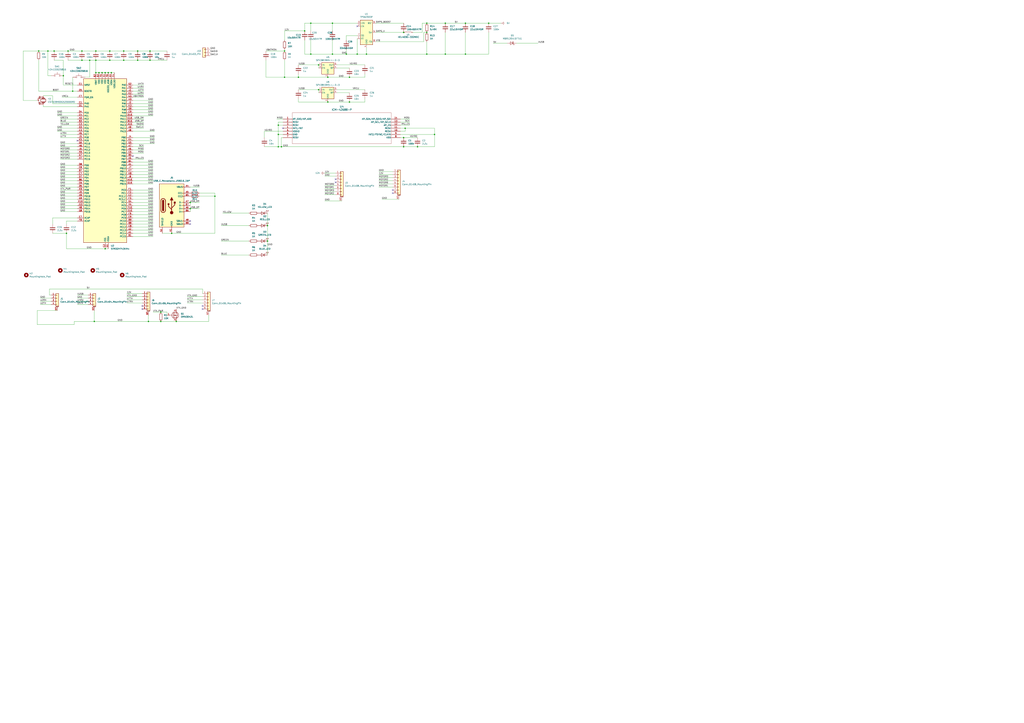
<source format=kicad_sch>
(kicad_sch (version 20250114) (generator "eeschema") (generator_version "9.0")
  (paper "A1")
  (junction (at 228.6 120.65))
  (junction (at 332.74 105.41))
  (junction (at 156.21 171.45))
  (junction (at 54.61 191.77))
  (junction (at 245.11 63.5))
  (junction (at 86.36 204.47))
  (junction (at 113.03 49.53))
  (junction (at 132.08 264.16))
  (junction (at 176.53 161.29))
  (junction (at 101.6 41.91))
  (junction (at 121.92 264.16))
  (junction (at 255.27 44.45))
  (junction (at 67.31 49.53))
  (junction (at 401.32 19.05))
  (junction (at 228.6 102.87))
  (junction (at 261.62 73.66))
  (junction (at 77.47 264.16))
  (junction (at 382.27 19.05))
  (junction (at 78.74 59.69))
  (junction (at 250.19 25.4))
  (junction (at 39.37 41.91))
  (junction (at 300.99 44.45))
  (junction (at 140.97 191.77))
  (junction (at 287.02 83.82))
  (junction (at 219.71 198.12))
  (junction (at 123.19 49.53))
  (junction (at 55.88 41.91))
  (junction (at 144.78 264.16))
  (junction (at 342.9 120.65))
  (junction (at 67.31 41.91))
  (junction (at 81.28 59.69))
  (junction (at 123.19 41.91))
  (junction (at 356.87 110.49))
  (junction (at 90.17 41.91))
  (junction (at 228.6 110.49))
  (junction (at 83.82 59.69))
  (junction (at 90.17 49.53))
  (junction (at 31.75 41.91))
  (junction (at 88.9 59.69))
  (junction (at 269.24 63.5))
  (junction (at 78.74 41.91))
  (junction (at 331.47 113.03))
  (junction (at 91.44 59.69))
  (junction (at 231.14 120.65))
  (junction (at 255.27 19.05))
  (junction (at 52.07 62.23))
  (junction (at 86.36 59.69))
  (junction (at 293.37 44.45))
  (junction (at 287.02 63.5))
  (junction (at 365.76 19.05))
  (junction (at 233.68 41.91))
  (junction (at 132.08 256.54))
  (junction (at 331.47 120.65))
  (junction (at 156.21 166.37))
  (junction (at 233.68 63.5))
  (junction (at 350.52 26.67))
  (junction (at 78.74 49.53))
  (junction (at 273.05 44.45))
  (junction (at 365.76 44.45))
  (junction (at 113.03 41.91))
  (junction (at 350.52 44.45))
  (junction (at 73.66 49.53))
  (junction (at 59.69 74.93))
  (junction (at 382.27 44.45))
  (junction (at 101.6 49.53))
  (junction (at 284.48 44.45))
  (junction (at 261.62 53.34))
  (junction (at 273.05 19.05))
  (junction (at 219.71 185.42))
  (junction (at 44.45 41.91))
  (junction (at 350.52 19.05))
  (junction (at 331.47 26.67))
  (junction (at 269.24 83.82))
  (no_connect (at 156.21 184.15))
  (no_connect (at 275.59 147.32))
  (no_connect (at 116.84 251.46))
  (no_connect (at 232.41 105.41))
  (no_connect (at 166.37 251.46))
  (no_connect (at 109.22 128.27))
  (no_connect (at 293.37 21.59))
  (no_connect (at 156.21 181.61))
  (no_connect (at 322.58 156.21))
  (no_connect (at 322.58 158.75))
  (no_connect (at 275.59 149.86))
  (no_connect (at 166.37 254))
  (no_connect (at 116.84 254))
  (no_connect (at 63.5 115.57))
  (wire (pts (xy 219.71 198.12) (xy 219.71 209.55)))
  (wire (pts (xy 228.6 102.87) (xy 232.41 102.87)))
  (wire (pts (xy 49.53 151.13) (xy 63.5 151.13)))
  (wire (pts (xy 49.53 146.05) (xy 63.5 146.05)))
  (wire (pts (xy 35.56 87.63) (xy 63.5 87.63)))
  (wire (pts (xy 31.75 74.93) (xy 31.75 49.53)))
  (wire (pts (xy 217.17 107.95) (xy 217.17 113.03)))
  (wire (pts (xy 109.22 168.91) (xy 125.73 168.91)))
  (wire (pts (xy 250.19 19.05) (xy 250.19 25.4)))
  (wire (pts (xy 132.08 264.16) (xy 144.78 264.16)))
  (wire (pts (xy 228.6 110.49) (xy 228.6 120.65)))
  (wire (pts (xy 331.47 113.03) (xy 342.9 113.03)))
  (wire (pts (xy 153.67 248.92) (xy 166.37 248.92)))
  (wire (pts (xy 356.87 110.49) (xy 356.87 120.65)))
  (wire (pts (xy 228.6 110.49) (xy 228.6 102.87)))
  (wire (pts (xy 137.16 256.54) (xy 137.16 259.08)))
  (wire (pts (xy 405.13 35.56) (xy 416.56 35.56)))
  (wire (pts (xy 43.18 191.77) (xy 54.61 191.77)))
  (wire (pts (xy 275.59 144.78) (xy 266.7 144.78)))
  (wire (pts (xy 109.22 146.05) (xy 125.73 146.05)))
  (wire (pts (xy 123.19 49.53) (xy 137.16 49.53)))
  (wire (pts (xy 77.47 255.27) (xy 77.47 264.16)))
  (wire (pts (xy 49.53 161.29) (xy 63.5 161.29)))
  (wire (pts (xy 104.14 246.38) (xy 116.84 246.38)))
  (wire (pts (xy 41.91 62.23) (xy 39.37 62.23)))
  (wire (pts (xy 55.88 49.53) (xy 67.31 49.53)))
  (wire (pts (xy 63.5 250.19) (xy 72.39 250.19)))
  (wire (pts (xy 49.53 143.51) (xy 63.5 143.51)))
  (wire (pts (xy 49.53 130.81) (xy 63.5 130.81)))
  (wire (pts (xy 356.87 120.65) (xy 342.9 120.65)))
  (wire (pts (xy 67.31 49.53) (xy 73.66 49.53)))
  (wire (pts (xy 339.09 26.67) (xy 346.71 26.67)))
  (wire (pts (xy 49.53 140.97) (xy 63.5 140.97)))
  (wire (pts (xy 287.02 83.82) (xy 299.72 83.82)))
  (wire (pts (xy 276.86 73.66) (xy 299.72 73.66)))
  (wire (pts (xy 250.19 33.02) (xy 250.19 44.45)))
  (wire (pts (xy 86.36 204.47) (xy 88.9 204.47)))
  (wire (pts (xy 275.59 152.4) (xy 266.7 152.4)))
  (wire (pts (xy 109.22 72.39) (xy 118.11 72.39)))
  (wire (pts (xy 308.61 19.05) (xy 331.47 19.05)))
  (wire (pts (xy 261.62 53.34) (xy 261.62 55.88)))
  (wire (pts (xy 424.18 35.56) (xy 441.96 35.56)))
  (wire (pts (xy 109.22 148.59) (xy 125.73 148.59)))
  (wire (pts (xy 365.76 26.67) (xy 365.76 44.45)))
  (wire (pts (xy 44.45 41.91) (xy 55.88 41.91)))
  (wire (pts (xy 49.53 113.03) (xy 63.5 113.03)))
  (wire (pts (xy 104.14 243.84) (xy 116.84 243.84)))
  (wire (pts (xy 273.05 44.45) (xy 284.48 44.45)))
  (wire (pts (xy 132.08 256.54) (xy 137.16 256.54)))
  (wire (pts (xy 156.21 171.45) (xy 163.83 171.45)))
  (wire (pts (xy 81.28 59.69) (xy 83.82 59.69)))
  (wire (pts (xy 109.22 179.07) (xy 125.73 179.07)))
  (wire (pts (xy 181.61 185.42) (xy 204.47 185.42)))
  (wire (pts (xy 273.05 19.05) (xy 293.37 19.05)))
  (wire (pts (xy 78.74 59.69) (xy 78.74 49.53)))
  (wire (pts (xy 54.61 181.61) (xy 54.61 184.15)))
  (wire (pts (xy 30.48 255.27) (xy 30.48 266.7)))
  (wire (pts (xy 232.41 110.49) (xy 228.6 110.49)))
  (wire (pts (xy 109.22 135.89) (xy 125.73 135.89)))
  (wire (pts (xy 156.21 166.37) (xy 163.83 166.37)))
  (wire (pts (xy 63.5 181.61) (xy 54.61 181.61)))
  (wire (pts (xy 30.48 266.7) (xy 60.96 266.7)))
  (wire (pts (xy 273.05 19.05) (xy 273.05 25.4)))
  (wire (pts (xy 109.22 123.19) (xy 118.11 123.19)))
  (wire (pts (xy 332.74 105.41) (xy 356.87 105.41)))
  (wire (pts (xy 250.19 44.45) (xy 255.27 44.45)))
  (wire (pts (xy 218.44 63.5) (xy 233.68 63.5)))
  (wire (pts (xy 276.86 53.34) (xy 299.72 53.34)))
  (wire (pts (xy 19.05 41.91) (xy 31.75 41.91)))
  (wire (pts (xy 153.67 243.84) (xy 166.37 243.84)))
  (wire (pts (xy 40.64 237.49) (xy 166.37 237.49)))
  (wire (pts (xy 49.53 138.43) (xy 63.5 138.43)))
  (wire (pts (xy 233.68 49.53) (xy 233.68 63.5)))
  (wire (pts (xy 125.73 256.54) (xy 132.08 256.54)))
  (wire (pts (xy 109.22 184.15) (xy 125.73 184.15)))
  (wire (pts (xy 156.21 153.67) (xy 163.83 153.67)))
  (wire (pts (xy 19.05 41.91) (xy 19.05 82.55)))
  (wire (pts (xy 232.41 100.33) (xy 228.6 100.33)))
  (wire (pts (xy 350.52 44.45) (xy 365.76 44.45)))
  (wire (pts (xy 365.76 19.05) (xy 382.27 19.05)))
  (wire (pts (xy 67.31 41.91) (xy 78.74 41.91)))
  (wire (pts (xy 350.52 19.05) (xy 365.76 19.05)))
  (wire (pts (xy 49.53 97.79) (xy 63.5 97.79)))
  (wire (pts (xy 54.61 204.47) (xy 86.36 204.47)))
  (wire (pts (xy 49.53 100.33) (xy 63.5 100.33)))
  (wire (pts (xy 313.69 163.83) (xy 327.66 163.83)))
  (wire (pts (xy 63.5 105.41) (xy 46.99 105.41)))
  (wire (pts (xy 284.48 33.02) (xy 284.48 29.21)))
  (wire (pts (xy 233.68 63.5) (xy 245.11 63.5)))
  (wire (pts (xy 49.53 118.11) (xy 63.5 118.11)))
  (wire (pts (xy 43.18 179.07) (xy 43.18 184.15)))
  (wire (pts (xy 350.52 34.29) (xy 350.52 44.45)))
  (wire (pts (xy 245.11 53.34) (xy 261.62 53.34)))
  (wire (pts (xy 284.48 29.21) (xy 293.37 29.21)))
  (wire (pts (xy 49.53 173.99) (xy 63.5 173.99)))
  (wire (pts (xy 63.5 92.71) (xy 46.99 92.71)))
  (wire (pts (xy 311.15 148.59) (xy 322.58 148.59)))
  (wire (pts (xy 43.18 85.09) (xy 63.5 85.09)))
  (wire (pts (xy 293.37 44.45) (xy 300.99 44.45)))
  (wire (pts (xy 63.5 247.65) (xy 72.39 247.65)))
  (wire (pts (xy 284.48 40.64) (xy 284.48 44.45)))
  (wire (pts (xy 109.22 113.03) (xy 127 113.03)))
  (wire (pts (xy 293.37 31.75) (xy 293.37 44.45)))
  (wire (pts (xy 109.22 194.31) (xy 125.73 194.31)))
  (wire (pts (xy 233.68 33.02) (xy 233.68 25.4)))
  (wire (pts (xy 49.53 102.87) (xy 63.5 102.87)))
  (wire (pts (xy 33.02 247.65) (xy 41.91 247.65)))
  (wire (pts (xy 49.53 168.91) (xy 63.5 168.91)))
  (wire (pts (xy 63.5 179.07) (xy 43.18 179.07)))
  (wire (pts (xy 250.19 19.05) (xy 255.27 19.05)))
  (wire (pts (xy 311.15 143.51) (xy 322.58 143.51)))
  (wire (pts (xy 55.88 41.91) (xy 67.31 41.91)))
  (wire (pts (xy 33.02 245.11) (xy 41.91 245.11)))
  (wire (pts (xy 219.71 175.26) (xy 219.71 185.42)))
  (wire (pts (xy 113.03 41.91) (xy 123.19 41.91)))
  (wire (pts (xy 49.53 123.19) (xy 63.5 123.19)))
  (wire (pts (xy 49.53 163.83) (xy 63.5 163.83)))
  (wire (pts (xy 144.78 264.16) (xy 171.45 264.16)))
  (wire (pts (xy 311.15 140.97) (xy 322.58 140.97)))
  (wire (pts (xy 73.66 63.5) (xy 73.66 49.53)))
  (wire (pts (xy 245.11 63.5) (xy 269.24 63.5)))
  (wire (pts (xy 77.47 264.16) (xy 121.92 264.16)))
  (wire (pts (xy 109.22 107.95) (xy 127 107.95)))
  (wire (pts (xy 109.22 90.17) (xy 125.73 90.17)))
  (wire (pts (xy 109.22 176.53) (xy 125.73 176.53)))
  (wire (pts (xy 31.75 41.91) (xy 39.37 41.91)))
  (wire (pts (xy 382.27 19.05) (xy 401.32 19.05)))
  (wire (pts (xy 156.21 171.45) (xy 156.21 173.99)))
  (wire (pts (xy 255.27 44.45) (xy 273.05 44.45)))
  (wire (pts (xy 299.72 63.5) (xy 299.72 60.96)))
  (wire (pts (xy 113.03 49.53) (xy 123.19 49.53)))
  (wire (pts (xy 90.17 49.53) (xy 101.6 49.53)))
  (wire (pts (xy 49.53 153.67) (xy 63.5 153.67)))
  (wire (pts (xy 121.92 259.08) (xy 121.92 264.16)))
  (wire (pts (xy 109.22 97.79) (xy 118.11 97.79)))
  (wire (pts (xy 153.67 246.38) (xy 166.37 246.38)))
  (wire (pts (xy 382.27 26.67) (xy 382.27 44.45)))
  (wire (pts (xy 311.15 153.67) (xy 322.58 153.67)))
  (wire (pts (xy 91.44 59.69) (xy 93.98 59.69)))
  (wire (pts (xy 109.22 143.51) (xy 125.73 143.51)))
  (wire (pts (xy 69.85 63.5) (xy 73.66 63.5)))
  (wire (pts (xy 49.53 128.27) (xy 63.5 128.27)))
  (wire (pts (xy 101.6 41.91) (xy 113.03 41.91)))
  (wire (pts (xy 31.75 74.93) (xy 59.69 74.93)))
  (wire (pts (xy 109.22 118.11) (xy 127 118.11)))
  (wire (pts (xy 78.74 41.91) (xy 90.17 41.91)))
  (wire (pts (xy 43.18 85.09) (xy 43.18 78.74)))
  (wire (pts (xy 217.17 120.65) (xy 228.6 120.65)))
  (wire (pts (xy 109.22 102.87) (xy 118.11 102.87)))
  (wire (pts (xy 109.22 158.75) (xy 125.73 158.75)))
  (wire (pts (xy 109.22 138.43) (xy 125.73 138.43)))
  (wire (pts (xy 88.9 59.69) (xy 91.44 59.69)))
  (wire (pts (xy 218.44 41.91) (xy 233.68 41.91)))
  (wire (pts (xy 101.6 49.53) (xy 113.03 49.53)))
  (wire (pts (xy 121.92 264.16) (xy 132.08 264.16)))
  (wire (pts (xy 123.19 41.91) (xy 137.16 41.91)))
  (wire (pts (xy 49.53 158.75) (xy 63.5 158.75)))
  (wire (pts (xy 163.83 161.29) (xy 176.53 161.29)))
  (wire (pts (xy 284.48 44.45) (xy 293.37 44.45)))
  (wire (pts (xy 346.71 26.67) (xy 346.71 19.05)))
  (wire (pts (xy 52.07 62.23) (xy 52.07 69.85)))
  (wire (pts (xy 140.97 191.77) (xy 133.35 191.77)))
  (wire (pts (xy 109.22 85.09) (xy 125.73 85.09)))
  (wire (pts (xy 261.62 73.66) (xy 261.62 76.2)))
  (wire (pts (xy 231.14 113.03) (xy 231.14 120.65)))
  (wire (pts (xy 346.71 19.05) (xy 350.52 19.05)))
  (wire (pts (xy 401.32 26.67) (xy 401.32 44.45)))
  (wire (pts (xy 140.97 191.77) (xy 176.53 191.77)))
  (wire (pts (xy 83.82 59.69) (xy 86.36 59.69)))
  (wire (pts (xy 49.53 120.65) (xy 63.5 120.65)))
  (wire (pts (xy 300.99 39.37) (xy 300.99 44.45)))
  (wire (pts (xy 245.11 83.82) (xy 269.24 83.82)))
  (wire (pts (xy 30.48 255.27) (xy 46.99 255.27)))
  (wire (pts (xy 35.56 87.63) (xy 35.56 86.36)))
  (wire (pts (xy 275.59 160.02) (xy 266.7 160.02)))
  (wire (pts (xy 78.74 49.53) (xy 90.17 49.53)))
  (wire (pts (xy 347.98 34.29) (xy 308.61 34.29)))
  (wire (pts (xy 63.5 242.57) (xy 72.39 242.57)))
  (wire (pts (xy 109.22 189.23) (xy 125.73 189.23)))
  (wire (pts (xy 109.22 181.61) (xy 125.73 181.61)))
  (wire (pts (xy 328.93 110.49) (xy 356.87 110.49)))
  (wire (pts (xy 109.22 82.55) (xy 125.73 82.55)))
  (wire (pts (xy 328.93 107.95) (xy 332.74 107.95)))
  (wire (pts (xy 233.68 40.64) (xy 233.68 41.91)))
  (wire (pts (xy 104.14 241.3) (xy 116.84 241.3)))
  (wire (pts (xy 231.14 120.65) (xy 331.47 120.65)))
  (wire (pts (xy 109.22 171.45) (xy 125.73 171.45)))
  (wire (pts (xy 328.93 102.87) (xy 336.55 102.87)))
  (wire (pts (xy 63.5 245.11) (xy 72.39 245.11)))
  (wire (pts (xy 109.22 74.93) (xy 118.11 74.93)))
  (wire (pts (xy 228.6 100.33) (xy 228.6 102.87)))
  (wire (pts (xy 255.27 19.05) (xy 255.27 25.4)))
  (wire (pts (xy 266.7 165.1) (xy 280.67 165.1)))
  (wire (pts (xy 311.15 151.13) (xy 322.58 151.13)))
  (wire (pts (xy 109.22 156.21) (xy 125.73 156.21)))
  (wire (pts (xy 49.53 110.49) (xy 63.5 110.49)))
  (wire (pts (xy 109.22 95.25) (xy 125.73 95.25)))
  (wire (pts (xy 232.41 107.95) (xy 217.17 107.95)))
  (wire (pts (xy 78.74 59.69) (xy 81.28 59.69)))
  (wire (pts (xy 44.45 49.53) (xy 52.07 49.53)))
  (wire (pts (xy 86.36 59.69) (xy 88.9 59.69)))
  (wire (pts (xy 245.11 73.66) (xy 261.62 73.66)))
  (wire (pts (xy 328.93 100.33) (xy 336.55 100.33)))
  (wire (pts (xy 156.21 166.37) (xy 156.21 168.91)))
  (wire (pts (xy 33.02 250.19) (xy 41.91 250.19)))
  (wire (pts (xy 275.59 154.94) (xy 266.7 154.94)))
  (wire (pts (xy 176.53 161.29) (xy 176.53 191.77)))
  (wire (pts (xy 59.69 63.5) (xy 59.69 74.93)))
  (wire (pts (xy 43.18 78.74) (xy 35.56 78.74)))
  (wire (pts (xy 19.05 82.55) (xy 30.48 82.55)))
  (wire (pts (xy 60.96 264.16) (xy 77.47 264.16)))
  (wire (pts (xy 49.53 156.21) (xy 63.5 156.21)))
  (wire (pts (xy 269.24 83.82) (xy 287.02 83.82)))
  (wire (pts (xy 255.27 19.05) (xy 273.05 19.05)))
  (wire (pts (xy 299.72 83.82) (xy 299.72 81.28)))
  (wire (pts (xy 49.53 135.89) (xy 63.5 135.89)))
  (wire (pts (xy 109.22 151.13) (xy 125.73 151.13)))
  (wire (pts (xy 311.15 146.05) (xy 322.58 146.05)))
  (wire (pts (xy 181.61 198.12) (xy 204.47 198.12)))
  (wire (pts (xy 166.37 241.3) (xy 166.37 237.49)))
  (wire (pts (xy 49.53 125.73) (xy 63.5 125.73)))
  (wire (pts (xy 109.22 161.29) (xy 125.73 161.29)))
  (wire (pts (xy 109.22 77.47) (xy 118.11 77.47)))
  (wire (pts (xy 109.22 166.37) (xy 125.73 166.37)))
  (wire (pts (xy 276.86 55.88) (xy 287.02 55.88)))
  (wire (pts (xy 273.05 33.02) (xy 273.05 44.45)))
  (wire (pts (xy 109.22 69.85) (xy 118.11 69.85)))
  (wire (pts (xy 39.37 41.91) (xy 44.45 41.91)))
  (wire (pts (xy 163.83 158.75) (xy 176.53 158.75)))
  (wire (pts (xy 176.53 158.75) (xy 176.53 161.29)))
  (wire (pts (xy 181.61 209.55) (xy 204.47 209.55)))
  (wire (pts (xy 109.22 92.71) (xy 125.73 92.71)))
  (wire (pts (xy 109.22 100.33) (xy 118.11 100.33)))
  (wire (pts (xy 219.71 185.42) (xy 219.71 198.12)))
  (wire (pts (xy 382.27 44.45) (xy 401.32 44.45)))
  (wire (pts (xy 109.22 120.65) (xy 118.11 120.65)))
  (wire (pts (xy 232.41 113.03) (xy 231.14 113.03)))
  (wire (pts (xy 109.22 140.97) (xy 125.73 140.97)))
  (wire (pts (xy 109.22 133.35) (xy 125.73 133.35)))
  (wire (pts (xy 328.93 97.79) (xy 336.55 97.79)))
  (wire (pts (xy 266.7 142.24) (xy 275.59 142.24)))
  (wire (pts (xy 269.24 63.5) (xy 287.02 63.5)))
  (wire (pts (xy 73.66 49.53) (xy 78.74 49.53)))
  (wire (pts (xy 350.52 26.67) (xy 347.98 26.67)))
  (wire (pts (xy 233.68 25.4) (xy 250.19 25.4)))
  (wire (pts (xy 332.74 107.95) (xy 332.74 105.41)))
  (wire (pts (xy 308.61 26.67) (xy 331.47 26.67)))
  (wire (pts (xy 300.99 44.45) (xy 350.52 44.45)))
  (wire (pts (xy 276.86 76.2) (xy 287.02 76.2)))
  (wire (pts (xy 59.69 74.93) (xy 63.5 74.93)))
  (wire (pts (xy 275.59 157.48) (xy 266.7 157.48)))
  (wire (pts (xy 90.17 41.91) (xy 101.6 41.91)))
  (wire (pts (xy 49.53 166.37) (xy 63.5 166.37)))
  (wire (pts (xy 40.64 242.57) (xy 40.64 237.49)))
  (wire (pts (xy 63.5 107.95) (xy 46.99 107.95)))
  (wire (pts (xy 328.93 105.41) (xy 332.74 105.41)))
  (wire (pts (xy 109.22 87.63) (xy 125.73 87.63)))
  (wire (pts (xy 255.27 33.02) (xy 255.27 44.45)))
  (wire (pts (xy 245.11 60.96) (xy 245.11 63.5)))
  (wire (pts (xy 52.07 49.53) (xy 52.07 62.23)))
  (wire (pts (xy 63.5 95.25) (xy 46.99 95.25)))
  (wire (pts (xy 182.88 175.26) (xy 204.47 175.26)))
  (wire (pts (xy 227.33 97.79) (xy 232.41 97.79)))
  (wire (pts (xy 331.47 120.65) (xy 342.9 120.65)))
  (wire (pts (xy 287.02 63.5) (xy 299.72 63.5)))
  (wire (pts (xy 109.22 105.41) (xy 118.11 105.41)))
  (wire (pts (xy 328.93 113.03) (xy 331.47 113.03)))
  (wire (pts (xy 218.44 49.53) (xy 218.44 63.5)))
  (wire (pts (xy 109.22 163.83) (xy 125.73 163.83)))
  (wire (pts (xy 109.22 186.69) (xy 125.73 186.69)))
  (wire (pts (xy 347.98 26.67) (xy 347.98 34.29)))
  (wire (pts (xy 109.22 191.77) (xy 125.73 191.77)))
  (wire (pts (xy 109.22 80.01) (xy 118.11 80.01)))
  (wire (pts (xy 356.87 105.41) (xy 356.87 110.49)))
  (wire (pts (xy 49.53 171.45) (xy 63.5 171.45)))
  (wire (pts (xy 104.14 248.92) (xy 116.84 248.92)))
  (wire (pts (xy 40.64 242.57) (xy 41.91 242.57)))
  (wire (pts (xy 60.96 264.16) (xy 60.96 266.7)))
  (wire (pts (xy 228.6 120.65) (xy 231.14 120.65)))
  (wire (pts (xy 171.45 259.08) (xy 171.45 264.16)))
  (wire (pts (xy 49.53 148.59) (xy 63.5 148.59)))
  (wire (pts (xy 109.22 130.81) (xy 118.11 130.81)))
  (wire (pts (xy 109.22 125.73) (xy 118.11 125.73)))
  (wire (pts (xy 39.37 62.23) (xy 39.37 41.91)))
  (wire (pts (xy 109.22 173.99) (xy 125.73 173.99)))
  (wire (pts (xy 109.22 115.57) (xy 127 115.57)))
  (wire (pts (xy 245.11 81.28) (xy 245.11 83.82)))
  (wire (pts (xy 365.76 44.45) (xy 382.27 44.45)))
  (wire (pts (xy 50.8 80.01) (xy 63.5 80.01)))
  (wire (pts (xy 401.32 19.05) (xy 411.48 19.05)))
  (wire (pts (xy 54.61 191.77) (xy 54.61 204.47)))
  (wire (pts (xy 52.07 69.85) (xy 63.5 69.85)))
  (label "MOTOR1" (at 266.7 154.94 0))
  (label "GND" (at 280.67 44.45 0))
  (label "GND" (at 125.73 163.83 180))
  (label "BLUE" (at 49.53 100.33 0))
  (label "MOTOR0" (at 311.15 151.13 0))
  (label "U2TX" (at 33.02 250.19 0))
  (label "VUSB" (at 163.83 153.67 180))
  (label "GND" (at 172.72 40.64 0))
  (label "GND" (at 232.41 120.65 0))
  (label "GND" (at 49.53 158.75 0))
  (label "GND" (at 49.53 153.67 0))
  (label "GREEN" (at 49.53 97.79 0))
  (label "VBATMON" (at 218.44 41.91 0))
  (label "GND" (at 125.73 135.89 180))
  (label "GND" (at 127 118.11 180))
  (label "VUSB" (at 245.11 53.34 0))
  (label "GND" (at 127 113.03 180))
  (label "GND" (at 127 115.57 180))
  (label "GND" (at 125.73 95.25 180))
  (label "BLUE" (at 181.61 209.55 0))
  (label "MOTOR0" (at 266.7 152.4 0))
  (label "GND" (at 49.53 163.83 0))
  (label "GND" (at 125.73 171.45 180))
  (label "GND" (at 311.15 140.97 0))
  (label "GND" (at 125.73 140.97 180))
  (label "BOOT" (at 43.18 74.93 0))
  (label "VGYRO" (at 336.55 113.03 0))
  (label "GND" (at 125.73 186.69 180))
  (label "GND" (at 49.53 173.99 0))
  (label "GND" (at 49.53 143.51 0))
  (label "MOTOR3" (at 311.15 146.05 0))
  (label "VTX_PWR" (at 49.53 156.21 0))
  (label "GND" (at 49.53 166.37 0))
  (label "MOTOR1" (at 311.15 153.67 0))
  (label "5V" (at 373.38 19.05 0))
  (label "U7TX" (at 153.67 246.38 0))
  (label "VGYRO" (at 217.17 107.95 0))
  (label "GND" (at 125.73 191.77 180))
  (label "USB_DP" (at 118.11 100.33 180))
  (label "GND" (at 278.13 63.5 0))
  (label "GND" (at 49.53 140.97 0))
  (label "VGYRO" (at 287.02 53.34 0))
  (label "VTX_GND" (at 104.14 243.84 0))
  (label "VMCU" (at 289.56 73.66 0))
  (label "12V" (at 233.68 25.4 0))
  (label "GND" (at 125.73 189.23 180))
  (label "GND" (at 63.5 245.11 0))
  (label "GND" (at 125.73 176.53 180))
  (label "GND" (at 125.73 146.05 180))
  (label "MOTOR2" (at 311.15 148.59 0))
  (label "VTX_GND" (at 153.67 243.84 0))
  (label "U4RX" (at 118.11 72.39 180))
  (label "MOTOR1" (at 49.53 125.73 0))
  (label "RESET1" (at 53.34 69.85 0))
  (label "SWCLK" (at 118.11 105.41 180))
  (label "MISO" (at 118.11 123.19 180))
  (label "IMU_CS" (at 118.11 130.81 180))
  (label "U4TX" (at 63.5 250.19 0))
  (label "VUSB" (at 63.5 242.57 0))
  (label "GREEN" (at 181.61 198.12 0))
  (label "VMCU" (at 50.8 80.01 0))
  (label "SWDIO" (at 118.11 102.87 180))
  (label "U7RX" (at 104.14 248.92 0))
  (label "MOTOR2" (at 49.53 128.27 0))
  (label "U4RX" (at 63.5 247.65 0))
  (label "GND" (at 49.53 135.89 0))
  (label "GND" (at 49.53 120.65 0))
  (label "GND" (at 125.73 194.31 180))
  (label "U7RX" (at 49.53 110.49 0))
  (label "USB_DM" (at 163.83 166.37 180))
  (label "MOTOR3" (at 266.7 157.48 0))
  (label "GND" (at 313.69 163.83 0))
  (label "GND" (at 125.73 158.75 180))
  (label "GND" (at 33.02 245.11 0))
  (label "GND" (at 125.73 133.35 180))
  (label "GND" (at 49.53 148.59 0))
  (label "GND" (at 125.73 179.07 180))
  (label "GND" (at 49.53 168.91 0))
  (label "GND" (at 46.99 107.95 0))
  (label "GND" (at 127 107.95 180))
  (label "MOTOR3" (at 49.53 130.81 0))
  (label "VTX_PWR" (at 125.73 256.54 0))
  (label "12V" (at 311.15 143.51 0))
  (label "MOSI" (at 118.11 125.73 180))
  (label "YELLOW" (at 182.88 175.26 0))
  (label "GND" (at 125.73 85.09 180))
  (label "SWDIO" (at 172.72 43.18 0))
  (label "GND" (at 125.73 143.51 180))
  (label "GND" (at 125.73 151.13 180))
  (label "GND" (at 96.52 264.16 0))
  (label "U4TX" (at 118.11 69.85 180))
  (label "MOTOR0" (at 49.53 123.19 0))
  (label "SWCLK" (at 172.72 45.72 0))
  (label "VTX_GND" (at 144.78 254 0))
  (label "GND" (at 125.73 173.99 180))
  (label "MOTOR2" (at 266.7 160.02 0))
  (label "VUSB" (at 181.61 185.42 0))
  (label "GND" (at 125.73 87.63 180))
  (label "GND" (at 46.99 92.71 0))
  (label "GND" (at 219.71 201.93 0))
  (label "GND" (at 266.7 165.1 0))
  (label "GND" (at 125.73 138.43 180))
  (label "SCK" (at 118.11 120.65 180))
  (label "GND" (at 125.73 90.17 180))
  (label "GND" (at 49.53 151.13 0))
  (label "5V" (at 405.13 35.56 0))
  (label "GND" (at 125.73 166.37 180))
  (label "12V" (at 104.14 241.3 0))
  (label "U2RX" (at 118.11 77.47 180))
  (label "YELLOW" (at 49.53 102.87 0))
  (label "GND" (at 46.99 105.41 0))
  (label "USB_DM" (at 118.11 97.79 180))
  (label "MISO" (at 227.33 97.79 0))
  (label "MOSI" (at 336.55 97.79 180))
  (label "GND" (at 125.73 92.71 180))
  (label "U7RX" (at 153.67 248.92 0))
  (label "GND" (at 125.73 82.55 180))
  (label "GND" (at 125.73 168.91 180))
  (label "GND" (at 49.53 118.11 0))
  (label "GND" (at 144.78 191.77 0))
  (label "GND" (at 49.53 146.05 0))
  (label "GND" (at 266.7 144.78 0))
  (label "SMPS_BOOST" (at 308.61 19.05 0))
  (label "U2TX" (at 118.11 74.93 180))
  (label "VUSB" (at 245.11 73.66 0))
  (label "U7TX" (at 104.14 246.38 0))
  (label "SCK" (at 336.55 100.33 180))
  (label "USB_DP" (at 163.83 171.45 180))
  (label "VUSB" (at 441.96 35.56 0))
  (label "GND" (at 125.73 184.15 180))
  (label "GND" (at 125.73 148.59 180))
  (label "GND" (at 125.73 181.61 180))
  (label "GND" (at 49.53 138.43 0))
  (label "VBATMON" (at 118.11 80.01 180))
  (label "GND" (at 278.13 83.82 0))
  (label "VFB" (at 308.61 34.29 0))
  (label "GND" (at 49.53 171.45 0))
  (label "GND" (at 125.73 156.21 180))
  (label "GND" (at 57.15 41.91 0))
  (label "SMPS_V" (at 308.61 26.67 0))
  (label "VMCU" (at 129.54 49.53 0))
  (label "GND" (at 49.53 161.29 0))
  (label "GND" (at 125.73 161.29 180))
  (label "5V" (at 71.12 237.49 0))
  (label "IMU_CS" (at 336.55 102.87 180))
  (label "GND" (at 71.12 204.47 0))
  (label "GND" (at 46.99 95.25 0))
  (label "U7TX" (at 49.53 113.03 0))
  (label "U2RX" (at 33.02 247.65 0))
  (label "12V" (at 266.7 142.24 0))
  (symbol (lib_id "Mechanical:MountingHole") (at 49.53 222.25 0) (unit 1) (exclude_from_sim yes) (in_bom no)
    (property "Reference" "H4" (at 52.07 220.9799 0) (effects (justify left)))
    (property "Value" "MountingHole_Pad" (at 52.07 223.5199 0) (effects (justify left)))
    (property "Footprint" "MountingHole:MountingHole_4.3mm_M4_DIN965" (effects (hide yes)))
    (property "Description" "Mounting Hole without connection" (effects (hide yes)))
  )
  (symbol (lib_id "Device:C") (at 401.32 22.86 180) (unit 1)
    (property "Reference" "C27" (at 405.13 21.5899 0) (effects (justify right)))
    (property "Value" "100n" (at 405.13 24.1299 0) (effects (justify right)))
    (property "Footprint" "Capacitor_SMD:C_0201_0603Metric" (effects (hide yes)))
  )
  (symbol (lib_name "LED_1") (lib_id "Device:LED") (at 215.9 175.26 180) (unit 1)
    (property "Reference" "D1" (at 217.4875 167.64 0))
    (property "Value" "YELLOW_LED" (at 217.4875 170.18 0))
    (property "Footprint" "LED_SMD:LED_0603_1608Metric" (effects (hide yes)))
    (property "Description" "Light emitting diode" (effects (hide yes)))
    (property "Sim.Pins" "1=K 2=A" (effects (hide yes)))
  )
  (symbol (lib_id "Device:C") (at 331.47 116.84 180) (unit 1)
    (property "Reference" "C1" (at 335.28 115.5699 0) (effects (justify right)))
    (property "Value" "100n" (at 335.28 118.1099 0) (effects (justify right)))
    (property "Footprint" "Capacitor_SMD:C_0201_0603Metric" (effects (hide yes)))
  )
  (symbol (lib_id "Regulator_Switching:TPS62933F") (at 300.99 26.67 0) (unit 1)
    (property "Reference" "U1" (at 300.99 11.43 0))
    (property "Value" "TPS62933F" (at 300.99 13.97 0))
    (property "Footprint" "Package_TO_SOT_SMD:SOT-583-8" (effects (hide yes)))
    (property "Datasheet" "https://www.ti.com/lit/ds/symlink/tps62933.pdf" (effects (hide yes)))
    (property "Description" "3.8-30V, 3A Synchronous Buck Converters with forced continuous conduction mode (FCCM), SOT583-8" (effects (hide yes)))
  )
  (symbol (lib_id "Device:C") (at 245.11 57.15 0) (unit 1)
    (property "Reference" "C22" (at 248.92 55.8799 0) (effects (justify left)))
    (property "Value" "1u" (at 248.92 58.4199 0) (effects (justify left)))
    (property "Footprint" "Capacitor_SMD:C_0201_0603Metric" (effects (hide yes)))
  )
  (symbol (lib_id "Device:R") (at 132.08 260.35 0) (unit 1)
    (property "Reference" "R1" (at 134.62 259.08 0) (effects (justify left)))
    (property "Value" "10K" (at 134.62 261.62 0) (effects (justify left)))
    (property "Footprint" "Resistor_SMD:R_0201_0603Metric" (effects (hide yes)))
  )
  (symbol (lib_id "Device:R") (at 160.02 161.29 90) (unit 1)
    (property "Reference" "R11" (at 160.02 163.576 90))
    (property "Value" "5.1K" (at 160.02 161.29 90))
    (property "Footprint" "Resistor_SMD:R_0201_0603Metric" (effects (hide yes)))
    (property "Description" "Resistor" (effects (hide yes)))
  )
  (symbol (lib_id "Regulator_Linear:SPX3819M5-L-3-3") (at 269.24 76.2 0) (unit 1)
    (property "Reference" "U6" (at 269.24 67.31 0))
    (property "Value" "SPX3819M5-L-3-3" (at 269.24 69.85 0))
    (property "Footprint" "Package_TO_SOT_SMD:SOT-23-5" (effects (hide yes)))
    (property "Datasheet" "https://www.exar.com/content/document.ashx?id=22106&languageid=1033&type=Datasheet&partnumber=SPX3819&filename=SPX3819.pdf&part=SPX3819" (effects (hide yes)))
    (property "Description" "500mA Low drop-out regulator, Fixed Output 3.3V, SOT-23-5" (effects (hide yes)))
  )
  (symbol (lib_id "Connector_Generic_MountingPin:Conn_01x04_MountingPin") (at 77.47 245.11 0) (unit 1)
    (property "Reference" "J2" (at 80.01 245.4655 0) (effects (justify left)))
    (property "Value" "Conn_01x04_MountingPin" (at 80.01 248.0055 0) (effects (justify left)))
    (property "Footprint" "Connector_JST:JST_SH_SM04B-SRSS-TB_1x04-1MP_P1.00mm_Horizontal" (effects (hide yes)))
    (property "Description" "Generic connectable mounting pin connector, single row, 01x04, script generated (kicad-library-utils/schlib/autogen/connector/)" (effects (hide yes)))
  )
  (symbol (lib_id "MCU_ST_STM32H7:STM32H743VIHx") (at 86.36 133.35 0) (unit 1)
    (property "Reference" "U2" (at 91.0433 201.93 0) (effects (justify left)))
    (property "Value" "STM32H743VIHx" (at 91.0433 204.47 0) (effects (justify left)))
    (property "Footprint" "Package_BGA:TFBGA-100_8x8mm_Layout10x10_P0.8mm" (effects (hide yes)))
    (property "Datasheet" "https://www.st.com/resource/en/datasheet/stm32h743vi.pdf" (effects (hide yes)))
    (property "Description" "STMicroelectronics Arm Cortex-M7 MCU, 2048KB flash, 1024KB RAM, 480 MHz, 1.71-3.6V, 82 GPIO, TFBGA100" (effects (hide yes)))
  )
  (symbol (lib_id "Device:C") (at 287.02 59.69 180) (unit 1)
    (property "Reference" "C23" (at 290.83 58.4199 0) (effects (justify right)))
    (property "Value" "10n" (at 290.83 60.9599 0) (effects (justify right)))
    (property "Footprint" "Capacitor_SMD:C_0201_0603Metric" (effects (hide yes)))
  )
  (symbol (lib_id "Device:LED") (at 215.9 185.42 180) (unit 1)
    (property "Reference" "D2" (at 217.4875 177.8 0))
    (property "Value" "RED_LED" (at 217.4875 180.34 0))
    (property "Footprint" "LED_SMD:LED_0603_1608Metric" (effects (hide yes)))
    (property "Description" "Light emitting diode" (effects (hide yes)))
    (property "Sim.Pins" "1=K 2=A" (effects (hide yes)))
  )
  (symbol (lib_id "Device:C") (at 67.31 45.72 180) (unit 1)
    (property "Reference" "C5" (at 71.12 44.4499 0) (effects (justify right)))
    (property "Value" "100n" (at 71.12 46.9899 0) (effects (justify right)))
    (property "Footprint" "Capacitor_SMD:C_0201_0603Metric" (effects (hide yes)))
  )
  (symbol (lib_id "Switch:SW_Push") (at 64.77 63.5 0) (unit 1)
    (property "Reference" "SW2" (at 64.77 55.88 0))
    (property "Value" "434133025816" (at 64.77 58.42 0))
    (property "Footprint" "Button_Switch_SMD:SW_Push_1P1T_NO_Vertical_Wuerth_434133025816" (effects (hide yes)))
    (property "Description" "Push button switch, generic, two pins" (effects (hide yes)))
  )
  (symbol (lib_id "Device:R") (at 208.28 175.26 90) (unit 1)
    (property "Reference" "R3" (at 208.28 168.91 90))
    (property "Value" "1K" (at 208.28 171.45 90))
    (property "Footprint" "Resistor_SMD:R_0402_1005Metric" (effects (hide yes)))
  )
  (symbol (lib_name "Conn_01x08_MountingPin_1") (lib_id "Connector_Generic_MountingPin:Conn_01x08_MountingPin") (at 280.67 149.86 0) (unit 1)
    (property "Reference" "J3" (at 283.21 150.2155 0) (effects (justify left)))
    (property "Value" "Conn_01x08_MountingPin" (at 283.21 152.7555 0) (effects (justify left)))
    (property "Footprint" "Connector_JST:JST_SH_SM08B-SRSS-TB_1x08-1MP_P1.00mm_Horizontal" (effects (hide yes)))
    (property "Description" "Generic connectable mounting pin connector, single row, 01x08, script generated (kicad-library-utils/schlib/autogen/connector/)" (effects (hide yes)))
  )
  (symbol (lib_id "Device:R") (at 233.68 45.72 180) (unit 1)
    (property "Reference" "R8" (at 236.22 44.4499 0) (effects (justify right)))
    (property "Value" "1K" (at 236.22 46.9899 0) (effects (justify right)))
    (property "Footprint" "Resistor_SMD:R_0603_1608Metric" (effects (hide yes)))
  )
  (symbol (lib_id "Device:C") (at 123.19 45.72 0) (unit 1)
    (property "Reference" "C10" (at 127 44.4499 0) (effects (justify left)))
    (property "Value" "10u" (at 127 46.9899 0) (effects (justify left)))
    (property "Footprint" "Capacitor_SMD:C_0603_1608Metric" (effects (hide yes)))
  )
  (symbol (lib_id "Device:C") (at 331.47 22.86 180) (unit 1)
    (property "Reference" "C14" (at 333.756 21.59 0) (effects (justify right)))
    (property "Value" "100n50VX7R" (at 334.01 24.13 0) (effects (justify right)))
    (property "Footprint" "Capacitor_SMD:C_0402_1005Metric" (effects (hide yes)))
  )
  (symbol (lib_id "Device:C") (at 137.16 45.72 0) (unit 1)
    (property "Reference" "C11" (at 140.97 44.4499 0) (effects (justify left)))
    (property "Value" "1u" (at 140.97 46.9899 0) (effects (justify left)))
    (property "Footprint" "Capacitor_SMD:C_0201_0603Metric" (effects (hide yes)))
  )
  (symbol (lib_id "Device:C") (at 101.6 45.72 180) (unit 1)
    (property "Reference" "C9" (at 105.41 44.4499 0) (effects (justify right)))
    (property "Value" "100n" (at 105.41 46.9899 0) (effects (justify right)))
    (property "Footprint" "Capacitor_SMD:C_0201_0603Metric" (effects (hide yes)))
  )
  (symbol (lib_id "Device:C") (at 218.44 45.72 180) (unit 1)
    (property "Reference" "C19" (at 222.25 44.4499 0) (effects (justify right)))
    (property "Value" "100n" (at 222.25 46.9899 0) (effects (justify right)))
    (property "Footprint" "Capacitor_SMD:C_0201_0603Metric" (effects (hide yes)))
  )
  (symbol (lib_id "Transistor_FET:DMN3042L") (at 142.24 259.08 0) (unit 1)
    (property "Reference" "Q1" (at 148.59 257.8099 0) (effects (justify left)))
    (property "Value" "DMN3042L" (at 148.59 260.3499 0) (effects (justify left)))
    (property "Footprint" "Package_TO_SOT_SMD:SOT-23" (effects (hide yes)))
    (property "Datasheet" "http://www.diodes.com/assets/Datasheets/DMN3042L.pdf" (effects (hide yes)))
    (property "Description" "5.8A Id, 30V Vds, N-Channel MOSFET, SOT-23" (effects (hide yes)))
  )
  (symbol (lib_id "Device:C") (at 299.72 77.47 0) (unit 1)
    (property "Reference" "C26" (at 303.53 76.1999 0) (effects (justify left)))
    (property "Value" "1u" (at 303.53 78.7399 0) (effects (justify left)))
    (property "Footprint" "Capacitor_SMD:C_0201_0603Metric" (effects (hide yes)))
  )
  (symbol (lib_id "Device:R") (at 350.52 22.86 180) (unit 1)
    (property "Reference" "R14" (at 353.06 21.5899 0) (effects (justify right)))
    (property "Value" "5.49K" (at 353.06 24.1299 0) (effects (justify right)))
    (property "Footprint" "Resistor_SMD:R_0402_1005Metric" (effects (hide yes)))
  )
  (symbol (lib_id "Device:C") (at 78.74 45.72 180) (unit 1)
    (property "Reference" "C6" (at 82.55 44.4499 0) (effects (justify right)))
    (property "Value" "100n" (at 82.55 46.9899 0) (effects (justify right)))
    (property "Footprint" "Capacitor_SMD:C_0201_0603Metric" (effects (hide yes)))
  )
  (symbol (lib_id "Device:Resonator") (at 35.56 82.55 270) (unit 1)
    (property "Reference" "Y2" (at 39.37 81.2799 90) (effects (justify left)))
    (property "Value" "CSTNE8M00G520000R0" (at 39.37 83.8199 90) (effects (justify left)))
    (property "Footprint" "Crystal:Resonator_SMD_Murata_CSTxExxV-3Pin_3.0x1.1mm" (effects (hide yes)))
    (property "Description" "Three pin ceramic resonator" (effects (hide yes)))
  )
  (symbol (lib_id "Device:R") (at 233.68 36.83 0) (unit 1)
    (property "Reference" "R7" (at 236.22 35.56 0) (effects (justify left)))
    (property "Value" "10K" (at 236.22 38.1 0) (effects (justify left)))
    (property "Footprint" "Resistor_SMD:R_0603_1608Metric" (effects (hide yes)))
  )
  (symbol (lib_id "Device:LED") (at 215.9 198.12 180) (unit 1)
    (property "Reference" "D3" (at 217.4875 190.5 0))
    (property "Value" "GREEN_LED" (at 217.4875 193.04 0))
    (property "Footprint" "LED_SMD:LED_0603_1608Metric" (effects (hide yes)))
    (property "Description" "Light emitting diode" (effects (hide yes)))
    (property "Sim.Pins" "1=K 2=A" (effects (hide yes)))
  )
  (symbol (lib_id "Connector_Generic_MountingPin:Conn_01x08_MountingPin") (at 327.66 148.59 0) (unit 1)
    (property "Reference" "J4" (at 330.2 148.9455 0) (effects (justify left)))
    (property "Value" "Conn_01x08_MountingPin" (at 330.2 151.4855 0) (effects (justify left)))
    (property "Footprint" "Connector_JST:JST_SH_SM08B-SRSS-TB_1x08-1MP_P1.00mm_Horizontal" (effects (hide yes)))
    (property "Description" "Generic connectable mounting pin connector, single row, 01x08, script generated (kicad-library-utils/schlib/autogen/connector/)" (effects (hide yes)))
  )
  (symbol (lib_id "Device:C") (at 54.61 187.96 0) (unit 1)
    (property "Reference" "C12" (at 58.42 186.6899 0) (effects (justify left)))
    (property "Value" "2.2u" (at 58.42 189.2299 0) (effects (justify left)))
    (property "Footprint" "Capacitor_SMD:C_0201_0603Metric" (effects (hide yes)))
  )
  (symbol (lib_id "Connector_Generic:Conn_01x03") (at 167.64 43.18 0) (mirror y) (unit 1)
    (property "Reference" "J10" (at 165.1 41.9099 0) (effects (justify left)))
    (property "Value" "Conn_01x03_Pin" (at 165.1 44.4499 0) (effects (justify left)))
    (property "Footprint" "Connector_PinHeader_2.00mm:PinHeader_1x03_P2.00mm_Vertical" (effects (hide yes)))
    (property "Description" "Generic connector, single row, 01x03, script generated (kicad-library-utils/schlib/autogen/connector/)" (effects (hide yes)))
  )
  (symbol (lib_id "Connector_Generic_MountingPin:Conn_01x06_MountingPin") (at 121.92 246.38 0) (unit 1)
    (property "Reference" "J6" (at 124.46 246.7355 0) (effects (justify left)))
    (property "Value" "Conn_01x06_MountingPin" (at 124.46 249.2755 0) (effects (justify left)))
    (property "Footprint" "Connector_JST:JST_SH_SM06B-SRSS-TB_1x06-1MP_P1.00mm_Horizontal" (effects (hide yes)))
    (property "Description" "Generic connectable mounting pin connector, single row, 01x06, script generated (kicad-library-utils/schlib/autogen/connector/)" (effects (hide yes)))
  )
  (symbol (lib_id "Device:C") (at 43.18 187.96 0) (unit 1)
    (property "Reference" "C15" (at 46.99 186.6899 0) (effects (justify left)))
    (property "Value" "2.2u" (at 46.99 189.2299 0) (effects (justify left)))
    (property "Footprint" "Capacitor_SMD:C_0201_0603Metric" (effects (hide yes)))
  )
  (symbol (lib_id "Mechanical:MountingHole") (at 76.2 222.25 0) (unit 1) (exclude_from_sim yes) (in_bom no)
    (property "Reference" "H5" (at 78.74 220.9799 0) (effects (justify left)))
    (property "Value" "MountingHole_Pad" (at 78.74 223.5199 0) (effects (justify left)))
    (property "Footprint" "MountingHole:MountingHole_4.3mm_M4_DIN965" (effects (hide yes)))
    (property "Description" "Mounting Hole without connection" (effects (hide yes)))
  )
  (symbol (lib_id "Device:R") (at 31.75 45.72 0) (unit 1)
    (property "Reference" "R9" (at 34.29 44.45 0) (effects (justify left)))
    (property "Value" "10K" (at 34.29 46.99 0) (effects (justify left)))
    (property "Footprint" "Resistor_SMD:R_0201_0603Metric" (effects (hide yes)))
  )
  (symbol (lib_id "Device:R") (at 208.28 209.55 90) (unit 1)
    (property "Reference" "R6" (at 208.28 203.2 90))
    (property "Value" "1K" (at 208.28 205.74 90))
    (property "Footprint" "Resistor_SMD:R_0402_1005Metric" (effects (hide yes)))
  )
  (symbol (lib_id "Device:R") (at 160.02 158.75 90) (unit 1)
    (property "Reference" "R10" (at 160.02 156.464 90))
    (property "Value" "5.1K" (at 160.02 158.75 90))
    (property "Footprint" "Resistor_SMD:R_0201_0603Metric" (effects (hide yes)))
    (property "Description" "Resistor" (effects (hide yes)))
  )
  (symbol (lib_id "Connector_Generic_MountingPin:Conn_01x06_MountingPin") (at 171.45 246.38 0) (unit 1)
    (property "Reference" "J7" (at 173.99 246.7355 0) (effects (justify left)))
    (property "Value" "Conn_01x06_MountingPin" (at 173.99 249.2755 0) (effects (justify left)))
    (property "Footprint" "Connector_JST:JST_SH_SM06B-SRSS-TB_1x06-1MP_P1.00mm_Horizontal" (effects (hide yes)))
    (property "Description" "Generic connectable mounting pin connector, single row, 01x06, script generated (kicad-library-utils/schlib/autogen/connector/)" (effects (hide yes)))
  )
  (symbol (lib_id "Connector:USB_C_Receptacle_USB2.0_16P") (at 140.97 168.91 0) (unit 1)
    (property "Reference" "J5" (at 140.97 146.05 0))
    (property "Value" "USB_C_Receptacle_USB2.0_16P" (at 140.97 148.59 0))
    (property "Footprint" "Connector_USB:USB_C_Receptacle_GCT_USB4110" (effects (hide yes)))
    (property "Datasheet" "https://www.usb.org/sites/default/files/documents/usb_type-c.zip" (effects (hide yes)))
    (property "Description" "USB 2.0-only 16P Type-C Receptacle connector" (effects (hide yes)))
  )
  (symbol (lib_id "Device:C") (at 342.9 116.84 0) (unit 1)
    (property "Reference" "C2" (at 346.71 115.5699 0) (effects (justify left)))
    (property "Value" "2.2u" (at 346.71 118.1099 0) (effects (justify left)))
    (property "Footprint" "Capacitor_SMD:C_0201_0603Metric" (effects (hide yes)))
  )
  (symbol (lib_id "Regulator_Linear:SPX3819M5-L-3-3") (at 269.24 55.88 0) (unit 1)
    (property "Reference" "U5" (at 269.24 46.99 0))
    (property "Value" "SPX3819M5-L-3-3" (at 269.24 49.53 0))
    (property "Footprint" "Package_TO_SOT_SMD:SOT-23-5" (effects (hide yes)))
    (property "Datasheet" "https://www.exar.com/content/document.ashx?id=22106&languageid=1033&type=Datasheet&partnumber=SPX3819&filename=SPX3819.pdf&part=SPX3819" (effects (hide yes)))
    (property "Description" "500mA Low drop-out regulator, Fixed Output 3.3V, SOT-23-5" (effects (hide yes)))
  )
  (symbol (lib_id "Device:L") (at 335.28 26.67 90) (unit 1)
    (property "Reference" "L1" (at 335.28 28.448 90))
    (property "Value" "XEL4030-332MEC" (at 335.534 30.48 90))
    (property "Footprint" "Inductor_SMD:L_Coilcraft_XxL4030" (effects (hide yes)))
    (property "Description" "Inductor" (effects (hide yes)))
  )
  (symbol (lib_id "Connector_Generic_MountingPin:Conn_01x04_MountingPin") (at 46.99 245.11 0) (unit 1)
    (property "Reference" "J1" (at 49.53 245.4655 0) (effects (justify left)))
    (property "Value" "Conn_01x04_MountingPin" (at 49.53 248.0055 0) (effects (justify left)))
    (property "Footprint" "Connector_JST:JST_SH_SM04B-SRSS-TB_1x04-1MP_P1.00mm_Horizontal" (effects (hide yes)))
    (property "Description" "Generic connectable mounting pin connector, single row, 01x04, script generated (kicad-library-utils/schlib/autogen/connector/)" (effects (hide yes)))
  )
  (symbol (lib_id "Device:R") (at 350.52 30.48 180) (unit 1)
    (property "Reference" "R13" (at 353.06 29.2099 0) (effects (justify right)))
    (property "Value" "1K" (at 353.06 31.7499 0) (effects (justify right)))
    (property "Footprint" "Resistor_SMD:R_0402_1005Metric" (effects (hide yes)))
  )
  (symbol (lib_id "Mechanical:MountingHole") (at 100.33 226.06 0) (unit 1) (exclude_from_sim yes) (in_bom no)
    (property "Reference" "H6" (at 102.87 224.7899 0) (effects (justify left)))
    (property "Value" "MountingHole_Pad" (at 102.87 227.3299 0) (effects (justify left)))
    (property "Footprint" "MountingHole:MountingHole_4.3mm_M4_DIN965" (effects (hide yes)))
    (property "Description" "Mounting Hole without connection" (effects (hide yes)))
  )
  (symbol (lib_id "Device:C") (at 44.45 45.72 180) (unit 1)
    (property "Reference" "C16" (at 48.26 44.4499 0) (effects (justify right)))
    (property "Value" "100n" (at 48.26 46.9899 0) (effects (justify right)))
    (property "Footprint" "Capacitor_SMD:C_0201_0603Metric" (effects (hide yes)))
  )
  (symbol (lib_id "Device:C") (at 245.11 77.47 0) (unit 1)
    (property "Reference" "C24" (at 248.92 76.1999 0) (effects (justify left)))
    (property "Value" "1u" (at 248.92 78.7399 0) (effects (justify left)))
    (property "Footprint" "Capacitor_SMD:C_0201_0603Metric" (effects (hide yes)))
  )
  (symbol (lib_id "Device:C") (at 273.05 29.21 180) (unit 1)
    (property "Reference" "C28" (at 268.986 26.924 0) (effects (justify right)))
    (property "Value" "100n50VX7R" (at 267.208 32.004 0) (effects (justify right)))
    (property "Footprint" "Capacitor_SMD:C_0402_1005Metric" (effects (hide yes)))
  )
  (symbol (lib_id "Switch:SW_Push") (at 46.99 62.23 0) (mirror y) (unit 1)
    (property "Reference" "SW1" (at 46.99 54.61 0))
    (property "Value" "434133025816" (at 46.99 57.15 0))
    (property "Footprint" "Button_Switch_SMD:SW_Push_1P1T_NO_Vertical_Wuerth_434133025816" (effects (hide yes)))
    (property "Description" "Push button switch, generic, two pins" (effects (hide yes)))
  )
  (symbol (lib_id "Device:C") (at 55.88 45.72 180) (unit 1)
    (property "Reference" "C3" (at 59.69 44.4499 0) (effects (justify right)))
    (property "Value" "100n" (at 59.69 46.9899 0) (effects (justify right)))
    (property "Footprint" "Capacitor_SMD:C_0201_0603Metric" (effects (hide yes)))
  )
  (symbol (lib_id "Device:C") (at 284.48 36.83 180) (unit 1)
    (property "Reference" "C29" (at 285.496 34.29 0) (effects (justify right)))
    (property "Value" "33n50VX5R" (at 278.892 39.624 0) (effects (justify right)))
    (property "Footprint" "Capacitor_SMD:C_0402_1005Metric" (effects (hide yes)))
  )
  (symbol (lib_id "power:PWR_FLAG") (at 266.7 142.24 90) (unit 1)
    (property "Reference" "#FLG01" (effects (hide yes)))
    (property "Value" "12V" (at 260.858 142.24 90))
    (property "Description" "Special symbol for telling ERC where power comes from" (effects (hide yes)))
  )
  (symbol (lib_id "Device:C") (at 287.02 80.01 180) (unit 1)
    (property "Reference" "C25" (at 290.83 78.7399 0) (effects (justify right)))
    (property "Value" "10n" (at 290.83 81.2799 0) (effects (justify right)))
    (property "Footprint" "Capacitor_SMD:C_0201_0603Metric" (effects (hide yes)))
  )
  (symbol (lib_id "Device:R") (at 208.28 185.42 90) (unit 1)
    (property "Reference" "R4" (at 208.28 179.07 90))
    (property "Value" "1K" (at 208.28 181.61 90))
    (property "Footprint" "Resistor_SMD:R_0402_1005Metric" (effects (hide yes)))
  )
  (symbol (lib_id "Mechanical:MountingHole") (at 21.59 226.06 0) (unit 1) (exclude_from_sim yes) (in_bom no)
    (property "Reference" "H2" (at 24.13 224.7899 0) (effects (justify left)))
    (property "Value" "MountingHole_Pad" (at 24.13 227.3299 0) (effects (justify left)))
    (property "Footprint" "MountingHole:MountingHole_4.3mm_M4_DIN965" (effects (hide yes)))
    (property "Description" "Mounting Hole without connection" (effects (hide yes)))
  )
  (symbol (lib_id "Device:C") (at 113.03 45.72 180) (unit 1)
    (property "Reference" "C8" (at 116.84 44.4499 0) (effects (justify right)))
    (property "Value" "100n" (at 116.84 46.9899 0) (effects (justify right)))
    (property "Footprint" "Capacitor_SMD:C_0201_0603Metric" (effects (hide yes)))
  )
  (symbol (lib_id "Device:C") (at 90.17 45.72 180) (unit 1)
    (property "Reference" "C7" (at 93.98 44.4499 0) (effects (justify right)))
    (property "Value" "100n" (at 93.98 46.9899 0) (effects (justify right)))
    (property "Footprint" "Capacitor_SMD:C_0201_0603Metric" (effects (hide yes)))
  )
  (symbol (lib_id "ICM42688P:ICM-42688-P") (at 232.41 97.79 0) (unit 1)
    (property "Reference" "U4" (at 280.67 87.63 0) (effects (font (size 1.524 1.524))))
    (property "Value" "ICM-42688-P" (at 280.67 90.17 0) (effects (font (size 1.524 1.524))))
    (property "Footprint" "footprints:LGA14_2P5X3X0P91_IVS-L" (effects (hide yes)))
    (property "Datasheet" "ICM-42688-P" (effects (hide yes)))
  )
  (symbol (lib_id "Device:C") (at 299.72 57.15 0) (unit 1)
    (property "Reference" "C21" (at 303.53 55.8799 0) (effects (justify left)))
    (property "Value" "1u" (at 303.53 58.4199 0) (effects (justify left)))
    (property "Footprint" "Capacitor_SMD:C_0201_0603Metric" (effects (hide yes)))
  )
  (symbol (lib_id "Device:R") (at 208.28 198.12 90) (unit 1)
    (property "Reference" "R5" (at 208.28 191.77 90))
    (property "Value" "1K" (at 208.28 194.31 90))
    (property "Footprint" "Resistor_SMD:R_0402_1005Metric" (effects (hide yes)))
  )
  (symbol (lib_id "Device:C") (at 255.27 29.21 0) (unit 1)
    (property "Reference" "C20" (at 256.286 26.924 0) (effects (justify left)))
    (property "Value" "10u50VX7R" (at 253.492 32.004 0) (effects (justify left)))
    (property "Footprint" "Capacitor_SMD:C_1210_3225Metric" (effects (hide yes)))
  )
  (symbol (lib_id "Diode:MBR1020VL") (at 420.37 35.56 180) (unit 1)
    (property "Reference" "D5" (at 420.6875 29.21 0))
    (property "Value" "MBR120VLSFT1G" (at 420.6875 31.75 0))
    (property "Footprint" "Diode_SMD:D_SOD-123F" (effects (hide yes)))
    (property "Datasheet" "https://www.onsemi.com/pub/Collateral/MBR1020VL-D.PDF" (effects (hide yes)))
    (property "Description" "20V, 1A, 340 mV, Schottky Diode Rectifier, SOD-123F" (effects (hide yes)))
  )
  (symbol (lib_id "Device:C") (at 217.17 116.84 180) (unit 1)
    (property "Reference" "C4" (at 220.98 115.5699 0) (effects (justify right)))
    (property "Value" "10n" (at 220.98 118.1099 0) (effects (justify right)))
    (property "Footprint" "Capacitor_SMD:C_0201_0603Metric" (effects (hide yes)))
  )
  (symbol (lib_id "Device:LED") (at 215.9 209.55 180) (unit 1)
    (property "Reference" "D4" (at 217.4875 201.93 0))
    (property "Value" "BLUE_LED" (at 217.4875 204.47 0))
    (property "Footprint" "LED_SMD:LED_0603_1608Metric" (effects (hide yes)))
    (property "Description" "Light emitting diode" (effects (hide yes)))
    (property "Sim.Pins" "1=K 2=A" (effects (hide yes)))
  )
  (symbol (lib_id "power:PWR_FLAG") (at 411.48 19.05 270) (unit 1)
    (property "Reference" "#FLG03" (effects (hide yes)))
    (property "Value" "5V" (at 417.322 19.05 90))
    (property "Description" "Special symbol for telling ERC where power comes from" (effects (hide yes)))
  )
  (symbol (lib_id "Device:C") (at 382.27 22.86 0) (unit 1)
    (property "Reference" "C18" (at 386.08 21.5899 0) (effects (justify left)))
    (property "Value" "22u10VX5R" (at 386.08 24.1299 0) (effects (justify left)))
    (property "Footprint" "Capacitor_SMD:C_0805_2012Metric" (effects (hide yes)))
  )
  (symbol (lib_id "Device:C") (at 365.76 22.86 0) (unit 1)
    (property "Reference" "C17" (at 369.57 21.5899 0) (effects (justify left)))
    (property "Value" "22u10VX5R" (at 369.316 24.13 0) (effects (justify left)))
    (property "Footprint" "Capacitor_SMD:C_0805_2012Metric" (effects (hide yes)))
  )
  (symbol (lib_id "Device:C") (at 250.19 29.21 0) (unit 1)
    (property "Reference" "C13" (at 243.078 28.702 0) (effects (justify left)))
    (property "Value" "10u50VX7R" (at 235.966 30.988 0) (effects (justify left)))
    (property "Footprint" "Capacitor_SMD:C_1210_3225Metric" (effects (hide yes)))
  )
)
</source>
